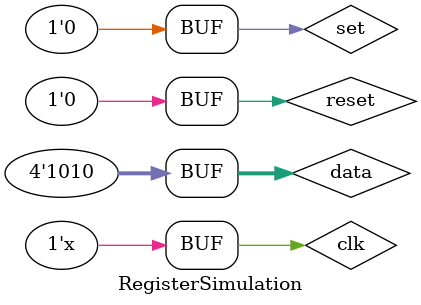
<source format=sv>
`timescale 1ns / 1ps

module RegisterSimulation();

    logic [7:0] seg;
    logic [3:0] data, an;
    logic clk, set, reset;
    
    Register UUT(.clk(clk), .data(data), .set(set),
                 .reset(reset), .seg(seg), .an(an));
    
    // Start the clock, 5ns between switching states             
    initial clk = 0;
    always clk = #5 ~clk;
    
    // Go through a few combinations             
    initial begin
        // Use delay times that don't go along with the clock
        // So it's easy to see that changes only happen
        // on the clock's rising edge
        data = 4'b0111;
        set = 0; reset = 1;
        #7;
        reset = 0;
        #2;
        set = 1;
        #37;
        data = 4'b1010;
        #17;
        set = 0;
    end

endmodule

</source>
